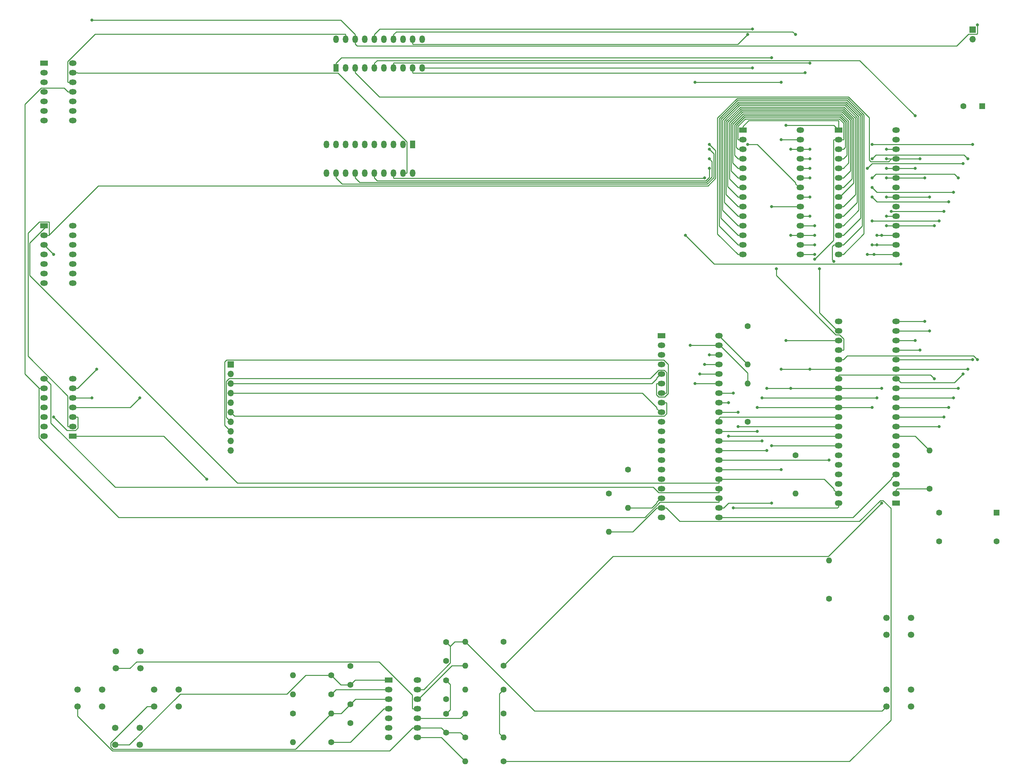
<source format=gbr>
G04 #@! TF.GenerationSoftware,KiCad,Pcbnew,(5.1.5-0)*
G04 #@! TF.CreationDate,2020-09-26T18:09:29-04:00*
G04 #@! TF.ProjectId,vectron_handheld_pcb,76656374-726f-46e5-9f68-616e6468656c,rev?*
G04 #@! TF.SameCoordinates,Original*
G04 #@! TF.FileFunction,Copper,L1,Top*
G04 #@! TF.FilePolarity,Positive*
%FSLAX46Y46*%
G04 Gerber Fmt 4.6, Leading zero omitted, Abs format (unit mm)*
G04 Created by KiCad (PCBNEW (5.1.5-0)) date 2020-09-26 18:09:29*
%MOMM*%
%LPD*%
G04 APERTURE LIST*
%ADD10O,2.000000X1.440000*%
%ADD11R,2.000000X1.440000*%
%ADD12C,1.600000*%
%ADD13R,1.600000X1.600000*%
%ADD14O,1.440000X2.000000*%
%ADD15R,1.440000X2.000000*%
%ADD16C,1.700000*%
%ADD17O,1.600000X1.600000*%
%ADD18O,1.700000X1.700000*%
%ADD19R,1.700000X1.700000*%
%ADD20C,0.800000*%
%ADD21C,0.250000*%
G04 APERTURE END LIST*
D10*
X-16510000Y-19050000D03*
X-24130000Y-19050000D03*
X-16510000Y-16510000D03*
X-24130000Y-16510000D03*
X-16510000Y-13970000D03*
X-24130000Y-13970000D03*
X-16510000Y-11430000D03*
X-24130000Y-11430000D03*
X-16510000Y-8890000D03*
X-24130000Y-8890000D03*
X-16510000Y-6350000D03*
X-24130000Y-6350000D03*
X-16510000Y-3810000D03*
D11*
X-24130000Y-3810000D03*
D12*
X213360000Y-123190000D03*
X213360000Y-130810000D03*
X228600000Y-130810000D03*
D13*
X228600000Y-123190000D03*
D10*
X-16510000Y-62230000D03*
X-24130000Y-62230000D03*
X-16510000Y-59690000D03*
X-24130000Y-59690000D03*
X-16510000Y-57150000D03*
X-24130000Y-57150000D03*
X-16510000Y-54610000D03*
X-24130000Y-54610000D03*
X-16510000Y-52070000D03*
X-24130000Y-52070000D03*
X-16510000Y-49530000D03*
X-24130000Y-49530000D03*
X-16510000Y-46990000D03*
D11*
X-24130000Y-46990000D03*
D10*
X-24130000Y-87630000D03*
X-16510000Y-87630000D03*
X-24130000Y-90170000D03*
X-16510000Y-90170000D03*
X-24130000Y-92710000D03*
X-16510000Y-92710000D03*
X-24130000Y-95250000D03*
X-16510000Y-95250000D03*
X-24130000Y-97790000D03*
X-16510000Y-97790000D03*
X-24130000Y-100330000D03*
X-16510000Y-100330000D03*
X-24130000Y-102870000D03*
D11*
X-16510000Y-102870000D03*
D14*
X50800000Y-33020000D03*
X50800000Y-25400000D03*
X53340000Y-33020000D03*
X53340000Y-25400000D03*
X55880000Y-33020000D03*
X55880000Y-25400000D03*
X58420000Y-33020000D03*
X58420000Y-25400000D03*
X60960000Y-33020000D03*
X60960000Y-25400000D03*
X63500000Y-33020000D03*
X63500000Y-25400000D03*
X66040000Y-33020000D03*
X66040000Y-25400000D03*
X68580000Y-33020000D03*
X68580000Y-25400000D03*
X71120000Y-33020000D03*
X71120000Y-25400000D03*
X73660000Y-33020000D03*
D15*
X73660000Y-25400000D03*
D10*
X176530000Y-54610000D03*
X161290000Y-54610000D03*
X176530000Y-52070000D03*
X161290000Y-52070000D03*
X176530000Y-49530000D03*
X161290000Y-49530000D03*
X176530000Y-46990000D03*
X161290000Y-46990000D03*
X176530000Y-44450000D03*
X161290000Y-44450000D03*
X176530000Y-41910000D03*
X161290000Y-41910000D03*
X176530000Y-39370000D03*
X161290000Y-39370000D03*
X176530000Y-36830000D03*
X161290000Y-36830000D03*
X176530000Y-34290000D03*
X161290000Y-34290000D03*
X176530000Y-31750000D03*
X161290000Y-31750000D03*
X176530000Y-29210000D03*
X161290000Y-29210000D03*
X176530000Y-26670000D03*
X161290000Y-26670000D03*
X176530000Y-24130000D03*
X161290000Y-24130000D03*
X176530000Y-21590000D03*
D11*
X161290000Y-21590000D03*
D14*
X76200000Y2540000D03*
X76200000Y-5080000D03*
X73660000Y2540000D03*
X73660000Y-5080000D03*
X71120000Y2540000D03*
X71120000Y-5080000D03*
X68580000Y2540000D03*
X68580000Y-5080000D03*
X66040000Y2540000D03*
X66040000Y-5080000D03*
X63500000Y2540000D03*
X63500000Y-5080000D03*
X60960000Y2540000D03*
X60960000Y-5080000D03*
X58420000Y2540000D03*
X58420000Y-5080000D03*
X55880000Y2540000D03*
X55880000Y-5080000D03*
X53340000Y2540000D03*
D15*
X53340000Y-5080000D03*
D10*
X154940000Y-124460000D03*
X139700000Y-124460000D03*
X154940000Y-121920000D03*
X139700000Y-121920000D03*
X154940000Y-119380000D03*
X139700000Y-119380000D03*
X154940000Y-116840000D03*
X139700000Y-116840000D03*
X154940000Y-114300000D03*
X139700000Y-114300000D03*
X154940000Y-111760000D03*
X139700000Y-111760000D03*
X154940000Y-109220000D03*
X139700000Y-109220000D03*
X154940000Y-106680000D03*
X139700000Y-106680000D03*
X154940000Y-104140000D03*
X139700000Y-104140000D03*
X154940000Y-101600000D03*
X139700000Y-101600000D03*
X154940000Y-99060000D03*
X139700000Y-99060000D03*
X154940000Y-96520000D03*
X139700000Y-96520000D03*
X154940000Y-93980000D03*
X139700000Y-93980000D03*
X154940000Y-91440000D03*
X139700000Y-91440000D03*
X154940000Y-88900000D03*
X139700000Y-88900000D03*
X154940000Y-86360000D03*
X139700000Y-86360000D03*
X154940000Y-83820000D03*
X139700000Y-83820000D03*
X154940000Y-81280000D03*
X139700000Y-81280000D03*
X154940000Y-78740000D03*
X139700000Y-78740000D03*
X154940000Y-76200000D03*
D11*
X139700000Y-76200000D03*
D10*
X74930000Y-182880000D03*
X67310000Y-182880000D03*
X74930000Y-180340000D03*
X67310000Y-180340000D03*
X74930000Y-177800000D03*
X67310000Y-177800000D03*
X74930000Y-175260000D03*
X67310000Y-175260000D03*
X74930000Y-172720000D03*
X67310000Y-172720000D03*
X74930000Y-170180000D03*
X67310000Y-170180000D03*
X74930000Y-167640000D03*
D11*
X67310000Y-167640000D03*
D10*
X201930000Y-54610000D03*
X186690000Y-54610000D03*
X201930000Y-52070000D03*
X186690000Y-52070000D03*
X201930000Y-49530000D03*
X186690000Y-49530000D03*
X201930000Y-46990000D03*
X186690000Y-46990000D03*
X201930000Y-44450000D03*
X186690000Y-44450000D03*
X201930000Y-41910000D03*
X186690000Y-41910000D03*
X201930000Y-39370000D03*
X186690000Y-39370000D03*
X201930000Y-36830000D03*
X186690000Y-36830000D03*
X201930000Y-34290000D03*
X186690000Y-34290000D03*
X201930000Y-31750000D03*
X186690000Y-31750000D03*
X201930000Y-29210000D03*
X186690000Y-29210000D03*
X201930000Y-26670000D03*
X186690000Y-26670000D03*
X201930000Y-24130000D03*
X186690000Y-24130000D03*
X201930000Y-21590000D03*
D11*
X186690000Y-21590000D03*
D10*
X186690000Y-72390000D03*
X201930000Y-72390000D03*
X186690000Y-74930000D03*
X201930000Y-74930000D03*
X186690000Y-77470000D03*
X201930000Y-77470000D03*
X186690000Y-80010000D03*
X201930000Y-80010000D03*
X186690000Y-82550000D03*
X201930000Y-82550000D03*
X186690000Y-85090000D03*
X201930000Y-85090000D03*
X186690000Y-87630000D03*
X201930000Y-87630000D03*
X186690000Y-90170000D03*
X201930000Y-90170000D03*
X186690000Y-92710000D03*
X201930000Y-92710000D03*
X186690000Y-95250000D03*
X201930000Y-95250000D03*
X186690000Y-97790000D03*
X201930000Y-97790000D03*
X186690000Y-100330000D03*
X201930000Y-100330000D03*
X186690000Y-102870000D03*
X201930000Y-102870000D03*
X186690000Y-105410000D03*
X201930000Y-105410000D03*
X186690000Y-107950000D03*
X201930000Y-107950000D03*
X186690000Y-110490000D03*
X201930000Y-110490000D03*
X186690000Y-113030000D03*
X201930000Y-113030000D03*
X186690000Y-115570000D03*
X201930000Y-115570000D03*
X186690000Y-118110000D03*
X201930000Y-118110000D03*
X186690000Y-120650000D03*
D11*
X201930000Y-120650000D03*
D16*
X199390000Y-170180000D03*
X205890000Y-170180000D03*
X199390000Y-174680000D03*
X205890000Y-174680000D03*
X5080000Y-170180000D03*
X11580000Y-170180000D03*
X5080000Y-174680000D03*
X11580000Y-174680000D03*
X-5230000Y-180340000D03*
X1270000Y-180340000D03*
X-5230000Y-184840000D03*
X1270000Y-184840000D03*
X-5080000Y-160020000D03*
X1420000Y-160020000D03*
X-5080000Y-164520000D03*
X1420000Y-164520000D03*
X-15240000Y-170180000D03*
X-8740000Y-170180000D03*
X-15240000Y-174680000D03*
X-8740000Y-174680000D03*
X199390000Y-151130000D03*
X205890000Y-151130000D03*
X199390000Y-155630000D03*
X205890000Y-155630000D03*
D17*
X87630000Y-157480000D03*
D12*
X97790000Y-157480000D03*
D17*
X87630000Y-170180000D03*
D12*
X97790000Y-170180000D03*
D17*
X87630000Y-189230000D03*
D12*
X97790000Y-189230000D03*
D17*
X87630000Y-176530000D03*
D12*
X97790000Y-176530000D03*
D17*
X87630000Y-163830000D03*
D12*
X97790000Y-163830000D03*
D17*
X125730000Y-128270000D03*
D12*
X125730000Y-118110000D03*
D17*
X130810000Y-121920000D03*
D12*
X130810000Y-111760000D03*
D17*
X162560000Y-88900000D03*
D12*
X162560000Y-99060000D03*
D17*
X162560000Y-83820000D03*
D12*
X162560000Y-73660000D03*
D17*
X52070000Y-176530000D03*
D12*
X41910000Y-176530000D03*
D17*
X41910000Y-166370000D03*
D12*
X52070000Y-166370000D03*
D17*
X41910000Y-184150000D03*
D12*
X52070000Y-184150000D03*
D17*
X41910000Y-171450000D03*
D12*
X52070000Y-171450000D03*
D17*
X97790000Y-182880000D03*
D12*
X87630000Y-182880000D03*
D17*
X184150000Y-135890000D03*
D12*
X184150000Y-146050000D03*
D17*
X175260000Y-118110000D03*
D12*
X175260000Y-107950000D03*
D17*
X210820000Y-106680000D03*
D12*
X210820000Y-116840000D03*
D18*
X25400000Y-106680000D03*
X25400000Y-104140000D03*
X25400000Y-101600000D03*
X25400000Y-99060000D03*
X25400000Y-96520000D03*
X25400000Y-93980000D03*
X25400000Y-91440000D03*
X25400000Y-88900000D03*
X25400000Y-86360000D03*
D19*
X25400000Y-83820000D03*
D12*
X219790000Y-15240000D03*
D13*
X224790000Y-15240000D03*
D12*
X82550000Y-157560000D03*
X82550000Y-162560000D03*
X57150000Y-174070000D03*
X57150000Y-179070000D03*
X82550000Y-167720000D03*
X82550000Y-172720000D03*
X57150000Y-163910000D03*
X57150000Y-168910000D03*
X82550000Y-176610000D03*
X82550000Y-181610000D03*
D18*
X222250000Y2540000D03*
D19*
X222250000Y5080000D03*
D20*
X163830000Y-5080000D03*
X158750000Y-91440000D03*
X158750000Y-121920000D03*
X147320000Y-78740000D03*
X198120000Y-120650000D03*
X209550000Y-34290000D03*
X209550000Y-72390000D03*
X199390000Y-34290000D03*
X179070000Y-34290000D03*
X177800000Y-6350000D03*
X162560000Y3810000D03*
X181610000Y-58420000D03*
X180340000Y-55880000D03*
X210820000Y-39370000D03*
X210820000Y-74930000D03*
X199390000Y-39370000D03*
X179070000Y-39370000D03*
X179070000Y-3810000D03*
X179070000Y-26670000D03*
X199390000Y-26670000D03*
X173990000Y-26670000D03*
X172720000Y-77470000D03*
X175260000Y3810000D03*
X207010000Y-31750000D03*
X207010000Y-77470000D03*
X179070000Y-31750000D03*
X199390000Y-31750000D03*
X207010000Y-17780000D03*
X163830000Y5260001D03*
X170180000Y-58420000D03*
X172720000Y-20320000D03*
X208280000Y-29210000D03*
X208280000Y-80010000D03*
X179070000Y-29210000D03*
X199390000Y-29210000D03*
X223524265Y6354265D03*
X223520000Y-82550000D03*
X-11430000Y-92710000D03*
X-11430000Y7620000D03*
X222250000Y-82550000D03*
X222250000Y-25400000D03*
X195580000Y-25400000D03*
X152400000Y-26670000D03*
X199390000Y-44450000D03*
X179070000Y-44450000D03*
X179070000Y-85090000D03*
X171450000Y-111760000D03*
X171450000Y-85090000D03*
X220980000Y-85090000D03*
X220980000Y-29210000D03*
X195580000Y-29210000D03*
X152400000Y-29210000D03*
X212090000Y-46990000D03*
X212090000Y-87630000D03*
X180340000Y-46990000D03*
X199390000Y-46990000D03*
X184150000Y-109220000D03*
X219710000Y-86360000D03*
X219710000Y-30480000D03*
X194310000Y-31750000D03*
X152400000Y-31750000D03*
X198120000Y-49530000D03*
X198120000Y-90170000D03*
X173990000Y-90170000D03*
X173990000Y-49530000D03*
X180340000Y-49530000D03*
X196850000Y-49530000D03*
X167640000Y-106680000D03*
X167640000Y-90170000D03*
X218440000Y-90170000D03*
X218440000Y-34290000D03*
X195580000Y-34290000D03*
X151130000Y-34290000D03*
X196850000Y-52070000D03*
X196850000Y-92710000D03*
X180340000Y-52070000D03*
X195580000Y-52070000D03*
X166370000Y-104140000D03*
X166370000Y-92710000D03*
X217170000Y-92710000D03*
X217170000Y-38100000D03*
X195580000Y-36830000D03*
X148590000Y-88900000D03*
X196125000Y-54610000D03*
X195580000Y-95250000D03*
X180340000Y-54610000D03*
X194310000Y-54610000D03*
X165100000Y-101600000D03*
X165100000Y-95250000D03*
X215900000Y-95250000D03*
X215900000Y-40640000D03*
X195580000Y-39370000D03*
X149860000Y-86360000D03*
X185407507Y-56425000D03*
X214630000Y-97790000D03*
X214630000Y-43180000D03*
X200660000Y-43180000D03*
X151130000Y-83820000D03*
X160020000Y-96520000D03*
X160020000Y-100330000D03*
X213360000Y-100330000D03*
X213360000Y-45720000D03*
X195580000Y-45720000D03*
X152400000Y-81280000D03*
X157480000Y-93980000D03*
X157480000Y-102870000D03*
X168910000Y-120650000D03*
X168910000Y-105410000D03*
X19050000Y-114300000D03*
X-10160000Y-85090000D03*
X146050000Y-49530000D03*
X203200000Y-57150000D03*
X168910000Y-2359999D03*
X168910000Y-41910000D03*
X152400000Y-25400000D03*
X162560000Y-25400000D03*
X1270000Y-92710000D03*
X148590000Y-8890000D03*
X171450000Y-8890000D03*
X171450000Y-24130000D03*
X-21590000Y-54610000D03*
X-21590000Y-97790000D03*
D21*
X154564879Y-18373199D02*
X154564879Y-49154879D01*
X159738195Y-13199883D02*
X154564879Y-18373199D01*
X189113208Y-13199882D02*
X159738195Y-13199883D01*
X187940000Y-54610000D02*
X193415112Y-49134888D01*
X193415112Y-17501784D02*
X189113208Y-13199882D01*
X193415112Y-49134888D02*
X193415112Y-17501784D01*
X186690000Y-54610000D02*
X187940000Y-54610000D01*
X160020000Y-54610000D02*
X161290000Y-54610000D01*
X154564879Y-49154879D02*
X160020000Y-54610000D01*
X76200000Y-5080000D02*
X163830000Y-5080000D01*
X96990001Y-182080001D02*
X97790000Y-182880000D01*
X96664999Y-181754999D02*
X96990001Y-182080001D01*
X96664999Y-171305001D02*
X96664999Y-181754999D01*
X97790000Y-170180000D02*
X96664999Y-171305001D01*
X207010000Y-102870000D02*
X210820000Y-106680000D01*
X201930000Y-102870000D02*
X207010000Y-102870000D01*
X83675001Y-168845001D02*
X83349999Y-168519999D01*
X83349999Y-168519999D02*
X82550000Y-167720000D01*
X83675001Y-175484999D02*
X83675001Y-168845001D01*
X82550000Y-176610000D02*
X83675001Y-175484999D01*
X81280000Y-180340000D02*
X82550000Y-181610000D01*
X74930000Y-180340000D02*
X81280000Y-180340000D01*
X86360000Y-181610000D02*
X87630000Y-182880000D01*
X82550000Y-181610000D02*
X86360000Y-181610000D01*
X73680000Y-180340000D02*
X74930000Y-180340000D01*
X67554990Y-186465010D02*
X73680000Y-180340000D01*
X-15240000Y-177205412D02*
X-5980402Y-186465010D01*
X-5980402Y-186465010D02*
X67554990Y-186465010D01*
X-15240000Y-174680000D02*
X-15240000Y-177205412D01*
X58420000Y-167640000D02*
X57150000Y-168910000D01*
X67310000Y-167640000D02*
X58420000Y-167640000D01*
X54610000Y-168910000D02*
X52070000Y-166370000D01*
X57150000Y-168910000D02*
X54610000Y-168910000D01*
X50938630Y-166370000D02*
X52070000Y-166370000D01*
X11994001Y-171355001D02*
X40339997Y-171355001D01*
X45324998Y-166370000D02*
X50938630Y-166370000D01*
X40339997Y-171355001D02*
X45324998Y-166370000D01*
X-1490998Y-184840000D02*
X11994001Y-171355001D01*
X-5230000Y-184840000D02*
X-1490998Y-184840000D01*
X73680000Y-175260000D02*
X74930000Y-175260000D01*
X73604990Y-175184990D02*
X73680000Y-175260000D01*
X64760001Y-162784999D02*
X73604990Y-171629988D01*
X73604990Y-171629988D02*
X73604990Y-175184990D01*
X-1340998Y-164520000D02*
X394003Y-162784999D01*
X394003Y-162784999D02*
X64760001Y-162784999D01*
X-5080000Y-164520000D02*
X-1340998Y-164520000D01*
X58500000Y-172720000D02*
X57150000Y-174070000D01*
X67310000Y-172720000D02*
X58500000Y-172720000D01*
X54690000Y-176530000D02*
X57150000Y-174070000D01*
X52070000Y-176530000D02*
X54690000Y-176530000D01*
X42584999Y-186015001D02*
X51270001Y-177329999D01*
X-5794001Y-186015001D02*
X42584999Y-186015001D01*
X-6405001Y-185404001D02*
X-5794001Y-186015001D01*
X51270001Y-177329999D02*
X52070000Y-176530000D01*
X-6405001Y-184275999D02*
X-6405001Y-185404001D01*
X3190998Y-174680000D02*
X-6405001Y-184275999D01*
X5080000Y-174680000D02*
X3190998Y-174680000D01*
X83675001Y-158685001D02*
X83349999Y-158359999D01*
X83349999Y-158359999D02*
X82550000Y-157560000D01*
X83675001Y-163100001D02*
X83675001Y-158685001D01*
X76595002Y-170180000D02*
X83675001Y-163100001D01*
X74930000Y-170180000D02*
X76595002Y-170180000D01*
X84880002Y-157480000D02*
X83675001Y-158685001D01*
X87630000Y-157480000D02*
X84880002Y-157480000D01*
X198540001Y-175529999D02*
X199390000Y-174680000D01*
X198214999Y-175855001D02*
X198540001Y-175529999D01*
X106005001Y-175855001D02*
X198214999Y-175855001D01*
X87630000Y-157480000D02*
X106005001Y-175855001D01*
X138450000Y-88900000D02*
X139700000Y-88900000D01*
X138374990Y-88975010D02*
X138450000Y-88900000D01*
X138374990Y-91872857D02*
X138374990Y-88975010D01*
X138987143Y-92485010D02*
X138374990Y-91872857D01*
X140541400Y-92485010D02*
X138987143Y-92485010D01*
X141475019Y-83837152D02*
X141475019Y-91551391D01*
X141475019Y-91551391D02*
X140541400Y-92485010D01*
X140282866Y-82644999D02*
X141475019Y-83837152D01*
X24289999Y-82644999D02*
X140282866Y-82644999D01*
X23774989Y-83160009D02*
X24289999Y-82644999D01*
X23774989Y-99974989D02*
X23774989Y-83160009D01*
X25400000Y-101600000D02*
X23774989Y-99974989D01*
X141025010Y-91364990D02*
X140950000Y-91440000D01*
X140412857Y-85314990D02*
X141025010Y-85927143D01*
X138987143Y-85314990D02*
X140412857Y-85314990D01*
X136767132Y-87535001D02*
X138987143Y-85314990D01*
X25025997Y-87535001D02*
X136767132Y-87535001D01*
X24224999Y-88335999D02*
X25025997Y-87535001D01*
X140950000Y-91440000D02*
X139700000Y-91440000D01*
X141025010Y-85927143D02*
X141025010Y-91364990D01*
X24224999Y-97884999D02*
X24224999Y-88335999D01*
X25400000Y-99060000D02*
X24224999Y-97884999D01*
X140950000Y-93980000D02*
X139700000Y-93980000D01*
X141025010Y-96952857D02*
X141025010Y-94055010D01*
X140412857Y-97565010D02*
X141025010Y-96952857D01*
X141025010Y-94055010D02*
X140950000Y-93980000D01*
X26445010Y-97565010D02*
X140412857Y-97565010D01*
X25400000Y-96520000D02*
X26445010Y-97565010D01*
X139420000Y-96520000D02*
X139700000Y-96520000D01*
X138450000Y-95270000D02*
X138450000Y-95550000D01*
X134620000Y-91440000D02*
X138450000Y-95270000D01*
X138450000Y-95550000D02*
X139420000Y-96520000D01*
X25400000Y-91440000D02*
X134620000Y-91440000D01*
X138450000Y-87330000D02*
X139420000Y-86360000D01*
X139420000Y-86360000D02*
X139700000Y-86360000D01*
X138450000Y-87610000D02*
X138450000Y-87330000D01*
X137160000Y-88900000D02*
X138450000Y-87610000D01*
X25400000Y-88900000D02*
X137160000Y-88900000D01*
X201930000Y-117140000D02*
X201930000Y-118110000D01*
X202230000Y-116840000D02*
X201930000Y-117140000D01*
X210820000Y-116840000D02*
X202230000Y-116840000D01*
X154940000Y-91440000D02*
X158750000Y-91440000D01*
X186690000Y-121620000D02*
X186690000Y-120650000D01*
X186390000Y-121920000D02*
X186690000Y-121620000D01*
X158750000Y-121920000D02*
X186390000Y-121920000D01*
X162560000Y-86080000D02*
X162560000Y-87768630D01*
X155220000Y-78740000D02*
X162560000Y-86080000D01*
X162560000Y-87768630D02*
X162560000Y-88900000D01*
X154940000Y-78740000D02*
X155220000Y-78740000D01*
X147320000Y-78740000D02*
X154940000Y-78740000D01*
X53340000Y-170180000D02*
X52070000Y-171450000D01*
X67310000Y-170180000D02*
X53340000Y-170180000D01*
X154940000Y-76200000D02*
X162560000Y-83820000D01*
X53201370Y-184150000D02*
X52070000Y-184150000D01*
X57170000Y-184150000D02*
X53201370Y-184150000D01*
X66060000Y-175260000D02*
X57170000Y-184150000D01*
X67310000Y-175260000D02*
X66060000Y-175260000D01*
X139420000Y-119380000D02*
X139700000Y-119380000D01*
X138450000Y-120350000D02*
X139420000Y-119380000D01*
X137160000Y-121920000D02*
X138450000Y-120630000D01*
X138450000Y-120630000D02*
X138450000Y-120350000D01*
X130810000Y-121920000D02*
X137160000Y-121920000D01*
X132100000Y-128270000D02*
X126861370Y-128270000D01*
X126861370Y-128270000D02*
X125730000Y-128270000D01*
X138450000Y-121920000D02*
X132100000Y-128270000D01*
X139700000Y-121920000D02*
X138450000Y-121920000D01*
X140950000Y-121920000D02*
X139700000Y-121920000D01*
X144535010Y-125505010D02*
X140950000Y-121920000D01*
X192191988Y-125505010D02*
X144535010Y-125505010D01*
X197771999Y-119924999D02*
X192191988Y-125505010D01*
X198468001Y-119924999D02*
X197771999Y-119924999D01*
X200565001Y-122021999D02*
X198468001Y-119924999D01*
X200565001Y-178265997D02*
X200565001Y-122021999D01*
X189600998Y-189230000D02*
X200565001Y-178265997D01*
X97790000Y-189230000D02*
X189600998Y-189230000D01*
X86498630Y-163830000D02*
X87630000Y-163830000D01*
X75210000Y-172720000D02*
X84100000Y-163830000D01*
X84100000Y-163830000D02*
X86498630Y-163830000D01*
X74930000Y-172720000D02*
X75210000Y-172720000D01*
X184005001Y-134764999D02*
X198120000Y-120650000D01*
X126855001Y-134764999D02*
X184005001Y-134764999D01*
X97790000Y-163830000D02*
X126855001Y-134764999D01*
X86360000Y-177800000D02*
X87630000Y-176530000D01*
X74930000Y-177800000D02*
X86360000Y-177800000D01*
X81280000Y-182880000D02*
X87630000Y-189230000D01*
X74930000Y-182880000D02*
X81280000Y-182880000D01*
X201930000Y-34290000D02*
X209550000Y-34290000D01*
X209550000Y-72390000D02*
X201930000Y-72390000D01*
X201930000Y-34290000D02*
X199390000Y-34290000D01*
X179070000Y-34290000D02*
X176530000Y-34290000D01*
X177744990Y-6405010D02*
X177800000Y-6350000D01*
X73735010Y-6405010D02*
X177744990Y-6405010D01*
X73660000Y-6330000D02*
X73735010Y-6405010D01*
X73660000Y-5080000D02*
X73660000Y-6330000D01*
X160040000Y-24130000D02*
X161290000Y-24130000D01*
X159964999Y-24054999D02*
X160040000Y-24130000D01*
X159964999Y-20609999D02*
X159964999Y-24054999D01*
X161975007Y-18599991D02*
X159964999Y-20609999D01*
X186876401Y-18599991D02*
X161975007Y-18599991D01*
X188015001Y-19738591D02*
X186876401Y-18599991D01*
X188015001Y-24054999D02*
X188015001Y-19738591D01*
X187940000Y-24130000D02*
X188015001Y-24054999D01*
X186690000Y-24130000D02*
X187940000Y-24130000D01*
X159964990Y1214990D02*
X162560000Y3810000D01*
X73735010Y1214990D02*
X159964990Y1214990D01*
X73660000Y1290000D02*
X73735010Y1214990D01*
X73660000Y2540000D02*
X73660000Y1290000D01*
X181610000Y-70130000D02*
X181610000Y-58420000D01*
X186410000Y-74930000D02*
X181610000Y-70130000D01*
X186690000Y-74930000D02*
X186410000Y-74930000D01*
X185440000Y-24130000D02*
X186690000Y-24130000D01*
X185364990Y-24205010D02*
X185440000Y-24130000D01*
X185364990Y-50855010D02*
X185364990Y-24205010D01*
X180340000Y-55880000D02*
X185364990Y-50855010D01*
X201930000Y-39370000D02*
X210820000Y-39370000D01*
X210820000Y-74930000D02*
X201930000Y-74930000D01*
X201930000Y-39370000D02*
X199390000Y-39370000D01*
X179070000Y-39370000D02*
X176530000Y-39370000D01*
X68655010Y-3754990D02*
X179014990Y-3754990D01*
X179014990Y-3754990D02*
X179070000Y-3810000D01*
X68580000Y-3830000D02*
X68655010Y-3754990D01*
X68580000Y-5080000D02*
X68580000Y-3830000D01*
X176530000Y-26670000D02*
X179070000Y-26670000D01*
X199390000Y-26670000D02*
X201930000Y-26670000D01*
X176530000Y-26670000D02*
X173990000Y-26670000D01*
X172720000Y-77470000D02*
X186690000Y-77470000D01*
X174534999Y4535001D02*
X175260000Y3810000D01*
X69325001Y4535001D02*
X174534999Y4535001D01*
X68580000Y3790000D02*
X69325001Y4535001D01*
X68580000Y2540000D02*
X68580000Y3790000D01*
X201930000Y-31750000D02*
X207010000Y-31750000D01*
X207010000Y-77470000D02*
X201930000Y-77470000D01*
X176530000Y-31750000D02*
X179070000Y-31750000D01*
X199390000Y-31750000D02*
X201930000Y-31750000D01*
X192314999Y-3084999D02*
X207010000Y-17780000D01*
X64245001Y-3084999D02*
X192314999Y-3084999D01*
X63500000Y-3830000D02*
X64245001Y-3084999D01*
X63500000Y-5080000D02*
X63500000Y-3830000D01*
X186690000Y-21590000D02*
X186690000Y-19050000D01*
X161290000Y-20620000D02*
X161290000Y-21590000D01*
X162860000Y-19050000D02*
X161290000Y-20620000D01*
X186690000Y-19050000D02*
X162860000Y-19050000D01*
X64970001Y5260001D02*
X163830000Y5260001D01*
X63500000Y3790000D02*
X64970001Y5260001D01*
X63500000Y2540000D02*
X63500000Y3790000D01*
X170180000Y-60177867D02*
X170180000Y-58420000D01*
X188015010Y-77037143D02*
X186952877Y-75975010D01*
X188015010Y-79934990D02*
X188015010Y-77037143D01*
X185977143Y-75975010D02*
X170180000Y-60177867D01*
X186952877Y-75975010D02*
X185977143Y-75975010D01*
X187940000Y-80010000D02*
X188015010Y-79934990D01*
X186690000Y-80010000D02*
X187940000Y-80010000D01*
X185420000Y-20320000D02*
X186690000Y-21590000D01*
X172720000Y-20320000D02*
X185420000Y-20320000D01*
X201930000Y-29210000D02*
X208280000Y-29210000D01*
X208280000Y-80010000D02*
X201930000Y-80010000D01*
X176530000Y-29210000D02*
X179070000Y-29210000D01*
X199390000Y-29210000D02*
X201930000Y-29210000D01*
X199954999Y-29935001D02*
X200680000Y-29210000D01*
X200680000Y-29210000D02*
X201930000Y-29210000D01*
X195231999Y-29935001D02*
X199954999Y-29935001D01*
X194854999Y-29558001D02*
X195231999Y-29935001D01*
X194854999Y-18305263D02*
X194854999Y-29558001D01*
X64839873Y-12749873D02*
X189299609Y-12749873D01*
X189299609Y-12749873D02*
X194854999Y-18305263D01*
X58420000Y-6330000D02*
X64839873Y-12749873D01*
X58420000Y-5080000D02*
X58420000Y-6330000D01*
X223360001Y3904999D02*
X223524265Y4069263D01*
X223524265Y4069263D02*
X223524265Y6354265D01*
X221139999Y3904999D02*
X223360001Y3904999D01*
X217999981Y764981D02*
X221139999Y3904999D01*
X58945019Y764981D02*
X217999981Y764981D01*
X58420000Y1290000D02*
X58945019Y764981D01*
X58420000Y2540000D02*
X58420000Y1290000D01*
X222474990Y-81504990D02*
X189005010Y-81504990D01*
X223520000Y-82550000D02*
X222474990Y-81504990D01*
X187940000Y-82550000D02*
X186690000Y-82550000D01*
X187960000Y-82550000D02*
X187940000Y-82550000D01*
X189005010Y-81504990D02*
X187960000Y-82550000D01*
X-16510000Y-92710000D02*
X-11430000Y-92710000D01*
X-11430000Y7620000D02*
X54610000Y7620000D01*
X58420000Y3810000D02*
X58420000Y2540000D01*
X54610000Y7620000D02*
X58420000Y3810000D01*
X160040000Y-26670000D02*
X161290000Y-26670000D01*
X159514989Y-26144989D02*
X160040000Y-26670000D01*
X159514989Y-20423599D02*
X159514989Y-26144989D01*
X161788606Y-18149982D02*
X159514989Y-20423599D01*
X187062801Y-18149981D02*
X161788606Y-18149982D01*
X188465010Y-19552190D02*
X187062801Y-18149981D01*
X188465010Y-26144990D02*
X188465010Y-19552190D01*
X187940000Y-26670000D02*
X188465010Y-26144990D01*
X186690000Y-26670000D02*
X187940000Y-26670000D01*
X201930000Y-82550000D02*
X222250000Y-82550000D01*
X222250000Y-25400000D02*
X195580000Y-25400000D01*
X153575011Y-27845011D02*
X152400000Y-26670000D01*
X153575011Y-34190811D02*
X153575011Y-27845011D01*
X151850803Y-35915019D02*
X153575011Y-34190811D01*
X54985019Y-35915019D02*
X151850803Y-35915019D01*
X53340000Y-34270000D02*
X54985019Y-35915019D01*
X53340000Y-33020000D02*
X53340000Y-34270000D01*
X201930000Y-44450000D02*
X199390000Y-44450000D01*
X179070000Y-44450000D02*
X176530000Y-44450000D01*
X186690000Y-85090000D02*
X179070000Y-85090000D01*
X154940000Y-111760000D02*
X171450000Y-111760000D01*
X171450000Y-85090000D02*
X179070000Y-85090000D01*
X160040000Y-29210000D02*
X161290000Y-29210000D01*
X161602205Y-17699973D02*
X159064979Y-20237199D01*
X159064979Y-20237199D02*
X159064979Y-28234979D01*
X187249200Y-17699972D02*
X161602205Y-17699973D01*
X188915019Y-19365789D02*
X187249200Y-17699972D01*
X159064979Y-28234979D02*
X160040000Y-29210000D01*
X187940000Y-29210000D02*
X188915019Y-28234981D01*
X188915019Y-28234981D02*
X188915019Y-19365789D01*
X186690000Y-29210000D02*
X187940000Y-29210000D01*
X201930000Y-85090000D02*
X220980000Y-85090000D01*
X219934990Y-28164990D02*
X196625010Y-28164990D01*
X196625010Y-28164990D02*
X195580000Y-29210000D01*
X220980000Y-29210000D02*
X219934990Y-28164990D01*
X153125001Y-34004411D02*
X153125001Y-29935001D01*
X59615010Y-35465010D02*
X151664402Y-35465010D01*
X153125001Y-29935001D02*
X152400000Y-29210000D01*
X151664402Y-35465010D02*
X153125001Y-34004411D01*
X58420000Y-34270000D02*
X59615010Y-35465010D01*
X58420000Y-33020000D02*
X58420000Y-34270000D01*
X201930000Y-46990000D02*
X212090000Y-46990000D01*
X186765010Y-86584990D02*
X186690000Y-86660000D01*
X186690000Y-86660000D02*
X186690000Y-87630000D01*
X211044990Y-86584990D02*
X186765010Y-86584990D01*
X212090000Y-87630000D02*
X211044990Y-86584990D01*
X176530000Y-46990000D02*
X180340000Y-46990000D01*
X199390000Y-46990000D02*
X201930000Y-46990000D01*
X154940000Y-109220000D02*
X184150000Y-109220000D01*
X160040000Y-31750000D02*
X161290000Y-31750000D01*
X158614969Y-20050799D02*
X158614969Y-30324969D01*
X161415804Y-17249964D02*
X158614969Y-20050799D01*
X158614969Y-30324969D02*
X160040000Y-31750000D01*
X187435602Y-17249964D02*
X161415804Y-17249964D01*
X189365029Y-19179391D02*
X187435602Y-17249964D01*
X189365029Y-30324971D02*
X189365029Y-19179391D01*
X187940000Y-31750000D02*
X189365029Y-30324971D01*
X186690000Y-31750000D02*
X187940000Y-31750000D01*
X202210000Y-87630000D02*
X203180000Y-88600000D01*
X217470000Y-88600000D02*
X219710000Y-86360000D01*
X203180000Y-88600000D02*
X217470000Y-88600000D01*
X201930000Y-87630000D02*
X202210000Y-87630000D01*
X195580000Y-30480000D02*
X194310000Y-31750000D01*
X219710000Y-30480000D02*
X195580000Y-30480000D01*
X152400000Y-34093002D02*
X152400000Y-31750000D01*
X151478001Y-35015001D02*
X152400000Y-34093002D01*
X63500000Y-34270000D02*
X64245001Y-35015001D01*
X64245001Y-35015001D02*
X151478001Y-35015001D01*
X63500000Y-33020000D02*
X63500000Y-34270000D01*
X201930000Y-49530000D02*
X198120000Y-49530000D01*
X198120000Y-90170000D02*
X186690000Y-90170000D01*
X186690000Y-90170000D02*
X173990000Y-90170000D01*
X173990000Y-49530000D02*
X176530000Y-49530000D01*
X176530000Y-49530000D02*
X180340000Y-49530000D01*
X196850000Y-49530000D02*
X198120000Y-49530000D01*
X154940000Y-106680000D02*
X167640000Y-106680000D01*
X167640000Y-90170000D02*
X173990000Y-90170000D01*
X160040000Y-34290000D02*
X161290000Y-34290000D01*
X158164959Y-19864399D02*
X158164959Y-32414959D01*
X187622002Y-16799954D02*
X161229403Y-16799955D01*
X161229403Y-16799955D02*
X158164959Y-19864399D01*
X189815038Y-18992990D02*
X187622002Y-16799954D01*
X189815038Y-32414962D02*
X189815038Y-18992990D01*
X158164959Y-32414959D02*
X160040000Y-34290000D01*
X187940000Y-34290000D02*
X189815038Y-32414962D01*
X186690000Y-34290000D02*
X187940000Y-34290000D01*
X201930000Y-90170000D02*
X218440000Y-90170000D01*
X196625010Y-33244990D02*
X195580000Y-34290000D01*
X217394990Y-33244990D02*
X196625010Y-33244990D01*
X218440000Y-34290000D02*
X217394990Y-33244990D01*
X151074990Y-34345010D02*
X151130000Y-34290000D01*
X68655010Y-34345010D02*
X151074990Y-34345010D01*
X68580000Y-34270000D02*
X68655010Y-34345010D01*
X68580000Y-33020000D02*
X68580000Y-34270000D01*
X201930000Y-52070000D02*
X196850000Y-52070000D01*
X196850000Y-92710000D02*
X186690000Y-92710000D01*
X176530000Y-52070000D02*
X180340000Y-52070000D01*
X195580000Y-52070000D02*
X196850000Y-52070000D01*
X154940000Y-104140000D02*
X166370000Y-104140000D01*
X166370000Y-92710000D02*
X186690000Y-92710000D01*
X160040000Y-36830000D02*
X161290000Y-36830000D01*
X157714949Y-34504949D02*
X160040000Y-36830000D01*
X157714949Y-19677999D02*
X157714949Y-34504949D01*
X161043002Y-16349946D02*
X157714949Y-19677999D01*
X187808401Y-16349945D02*
X161043002Y-16349946D01*
X190265047Y-18806589D02*
X187808401Y-16349945D01*
X190265047Y-34504953D02*
X190265047Y-18806589D01*
X187940000Y-36830000D02*
X190265047Y-34504953D01*
X186690000Y-36830000D02*
X187940000Y-36830000D01*
X201930000Y-92710000D02*
X217170000Y-92710000D01*
X196850000Y-38100000D02*
X195580000Y-36830000D01*
X217170000Y-38100000D02*
X196850000Y-38100000D01*
X154940000Y-88900000D02*
X148590000Y-88900000D01*
X201930000Y-54610000D02*
X196125000Y-54610000D01*
X195580000Y-95250000D02*
X186690000Y-95250000D01*
X176530000Y-54610000D02*
X180340000Y-54610000D01*
X194310000Y-54610000D02*
X196125000Y-54610000D01*
X154940000Y-101600000D02*
X165100000Y-101600000D01*
X165100000Y-95250000D02*
X186690000Y-95250000D01*
X160040000Y-39370000D02*
X161290000Y-39370000D01*
X157264939Y-36594939D02*
X160040000Y-39370000D01*
X187994805Y-15899937D02*
X160856601Y-15899937D01*
X160856601Y-15899937D02*
X157264939Y-19491599D01*
X190715057Y-18620189D02*
X187994805Y-15899937D01*
X157264939Y-19491599D02*
X157264939Y-36594939D01*
X190715057Y-35624943D02*
X190715057Y-18620189D01*
X186970000Y-39370000D02*
X190715057Y-35624943D01*
X186690000Y-39370000D02*
X186970000Y-39370000D01*
X201930000Y-95250000D02*
X215900000Y-95250000D01*
X196850000Y-40640000D02*
X195580000Y-39370000D01*
X215900000Y-40640000D02*
X196850000Y-40640000D01*
X154940000Y-86360000D02*
X149860000Y-86360000D01*
X160040000Y-52070000D02*
X161290000Y-52070000D01*
X155014889Y-18559599D02*
X155014889Y-47044889D01*
X192965103Y-17688185D02*
X188926809Y-13649891D01*
X192965103Y-47044897D02*
X192965103Y-17688185D01*
X155014889Y-47044889D02*
X160040000Y-52070000D01*
X188926809Y-13649891D02*
X159924596Y-13649892D01*
X187940000Y-52070000D02*
X192965103Y-47044897D01*
X159924596Y-13649892D02*
X155014889Y-18559599D01*
X186690000Y-52070000D02*
X187940000Y-52070000D01*
X154940000Y-98090000D02*
X155240000Y-97790000D01*
X185440000Y-97790000D02*
X186690000Y-97790000D01*
X155240000Y-97790000D02*
X185440000Y-97790000D01*
X154940000Y-99060000D02*
X154940000Y-98090000D01*
X185440000Y-52070000D02*
X186690000Y-52070000D01*
X185007508Y-56025001D02*
X185007508Y-52502492D01*
X185007508Y-52502492D02*
X185440000Y-52070000D01*
X185407507Y-56425000D02*
X185007508Y-56025001D01*
X156814929Y-38684929D02*
X160040000Y-41910000D01*
X156814929Y-19305199D02*
X156814929Y-38684929D01*
X160670200Y-15449928D02*
X156814929Y-19305199D01*
X188181205Y-15449927D02*
X160670200Y-15449928D01*
X191165066Y-18433788D02*
X188181205Y-15449927D01*
X191165066Y-38684934D02*
X191165066Y-18433788D01*
X187940000Y-41910000D02*
X191165066Y-38684934D01*
X186690000Y-41910000D02*
X187940000Y-41910000D01*
X160040000Y-41910000D02*
X161290000Y-41910000D01*
X201930000Y-97790000D02*
X214630000Y-97790000D01*
X214630000Y-43180000D02*
X200660000Y-43180000D01*
X154940000Y-83820000D02*
X151130000Y-83820000D01*
X160040000Y-49530000D02*
X161290000Y-49530000D01*
X155464899Y-44954899D02*
X160040000Y-49530000D01*
X160110997Y-14099901D02*
X155464899Y-18745999D01*
X155464899Y-18745999D02*
X155464899Y-44954899D01*
X188740409Y-14099901D02*
X160110997Y-14099901D01*
X192515094Y-17874586D02*
X188740409Y-14099901D01*
X192515094Y-44954906D02*
X192515094Y-17874586D01*
X187940000Y-49530000D02*
X192515094Y-44954906D01*
X186690000Y-49530000D02*
X187940000Y-49530000D01*
X154940000Y-96520000D02*
X160020000Y-96520000D01*
X160020000Y-100330000D02*
X186690000Y-100330000D01*
X156364919Y-40774919D02*
X160040000Y-44450000D01*
X156364919Y-19118799D02*
X156364919Y-40774919D01*
X160483799Y-14999919D02*
X156364919Y-19118799D01*
X188367604Y-14999918D02*
X160483799Y-14999919D01*
X191615075Y-18247387D02*
X188367604Y-14999918D01*
X191615075Y-40774925D02*
X191615075Y-18247387D01*
X187940000Y-44450000D02*
X191615075Y-40774925D01*
X160040000Y-44450000D02*
X161290000Y-44450000D01*
X186690000Y-44450000D02*
X187940000Y-44450000D01*
X201930000Y-100330000D02*
X213360000Y-100330000D01*
X213360000Y-45720000D02*
X195580000Y-45720000D01*
X154940000Y-81280000D02*
X152400000Y-81280000D01*
X160040000Y-46990000D02*
X161290000Y-46990000D01*
X155914909Y-42864909D02*
X160040000Y-46990000D01*
X192065084Y-42864916D02*
X192065084Y-18060986D01*
X155914909Y-18932399D02*
X155914909Y-42864909D01*
X188554003Y-14549909D02*
X160297398Y-14549910D01*
X187940000Y-46990000D02*
X192065084Y-42864916D01*
X160297398Y-14549910D02*
X155914909Y-18932399D01*
X192065084Y-18060986D02*
X188554003Y-14549909D01*
X186690000Y-46990000D02*
X187940000Y-46990000D01*
X154940000Y-93980000D02*
X157480000Y-93980000D01*
X157480000Y-102870000D02*
X186690000Y-102870000D01*
X157460000Y-120650000D02*
X168910000Y-120650000D01*
X156190000Y-121920000D02*
X157460000Y-120650000D01*
X154940000Y-121920000D02*
X156190000Y-121920000D01*
X168910000Y-105410000D02*
X186690000Y-105410000D01*
X7620000Y-102870000D02*
X19050000Y-114300000D01*
X-16510000Y-102870000D02*
X7620000Y-102870000D01*
X200680000Y-114000000D02*
X201650000Y-113030000D01*
X200680000Y-114280000D02*
X200680000Y-114000000D01*
X201650000Y-113030000D02*
X201930000Y-113030000D01*
X190500000Y-124460000D02*
X200680000Y-114280000D01*
X154940000Y-124460000D02*
X190500000Y-124460000D01*
X185440000Y-117140000D02*
X186410000Y-118110000D01*
X185440000Y-116860000D02*
X185440000Y-117140000D01*
X186410000Y-118110000D02*
X186690000Y-118110000D01*
X182880000Y-114300000D02*
X185440000Y-116860000D01*
X154940000Y-114300000D02*
X182880000Y-114300000D01*
X-23347867Y-46990000D02*
X-27940000Y-51582133D01*
X-24130000Y-46990000D02*
X-23347867Y-46990000D01*
X154864990Y-115345010D02*
X154940000Y-115270000D01*
X154940000Y-115270000D02*
X154940000Y-114300000D01*
X27227143Y-115345010D02*
X154864990Y-115345010D01*
X-27940000Y-60177867D02*
X27227143Y-115345010D01*
X-27940000Y-51582133D02*
X-27940000Y-60177867D01*
X-15240000Y-90170000D02*
X-10160000Y-85090000D01*
X-16510000Y-90170000D02*
X-15240000Y-90170000D01*
X153670000Y-57150000D02*
X203200000Y-57150000D01*
X146050000Y-49530000D02*
X153670000Y-57150000D01*
X-24842857Y-10384990D02*
X-29210000Y-14752133D01*
X-18805010Y-10384990D02*
X-24842857Y-10384990D01*
X-17760000Y-11430000D02*
X-18805010Y-10384990D01*
X-16510000Y-11430000D02*
X-17760000Y-11430000D01*
X-29210000Y-14752133D02*
X-29210000Y-86340000D01*
X-29210000Y-86340000D02*
X-25380000Y-90170000D01*
X135273590Y-124460000D02*
X139308580Y-120425010D01*
X154940000Y-120350000D02*
X154940000Y-119380000D01*
X139308580Y-120425010D02*
X154864990Y-120425010D01*
X-25455010Y-103302857D02*
X-4297867Y-124460000D01*
X-25455010Y-90245010D02*
X-25455010Y-103302857D01*
X154864990Y-120425010D02*
X154940000Y-120350000D01*
X-4297867Y-124460000D02*
X135273590Y-124460000D01*
X-25380000Y-90170000D02*
X-25455010Y-90245010D01*
X-24130000Y-90170000D02*
X-25380000Y-90170000D01*
X154940000Y-117810000D02*
X154940000Y-116840000D01*
X-5277859Y-116407143D02*
X137509276Y-116407143D01*
X-22315001Y-99370001D02*
X-5277859Y-116407143D01*
X154864990Y-117885010D02*
X154940000Y-117810000D01*
X137509276Y-116407143D02*
X138987143Y-117885010D01*
X-22315001Y-89164999D02*
X-22315001Y-99370001D01*
X138987143Y-117885010D02*
X154864990Y-117885010D01*
X-23850000Y-87630000D02*
X-22315001Y-89164999D01*
X-24130000Y-87630000D02*
X-23850000Y-87630000D01*
X-17760000Y-8890000D02*
X-16510000Y-8890000D01*
X-17835010Y-8814990D02*
X-17760000Y-8890000D01*
X-17835010Y-3377143D02*
X-17835010Y-8814990D01*
X-10592857Y3865010D02*
X-17835010Y-3377143D01*
X55804990Y3865010D02*
X-10592857Y3865010D01*
X55880000Y3790000D02*
X55804990Y3865010D01*
X55880000Y2540000D02*
X55880000Y3790000D01*
X54810001Y-2359999D02*
X168910000Y-2359999D01*
X53340000Y-3830000D02*
X54810001Y-2359999D01*
X53340000Y-5080000D02*
X53340000Y-3830000D01*
X168910000Y-41910000D02*
X176530000Y-41910000D01*
X154025021Y-27025021D02*
X152400000Y-25400000D01*
X154025021Y-34377211D02*
X154025021Y-27025021D01*
X152037204Y-36365028D02*
X154025021Y-34377211D01*
X-22880000Y-49530000D02*
X-9715028Y-36365028D01*
X-9715028Y-36365028D02*
X152037204Y-36365028D01*
X175280000Y-35860000D02*
X176250000Y-36830000D01*
X176250000Y-36830000D02*
X176530000Y-36830000D01*
X175280000Y-35580000D02*
X175280000Y-35860000D01*
X165100000Y-25400000D02*
X175280000Y-35580000D01*
X162560000Y-25400000D02*
X165100000Y-25400000D01*
X-17835010Y-100254990D02*
X-17760000Y-100330000D01*
X-17835010Y-92167123D02*
X-17835010Y-100254990D01*
X-17760000Y-100330000D02*
X-16510000Y-100330000D01*
X-22869999Y-45944999D02*
X-25390001Y-45944999D01*
X-22804999Y-46009999D02*
X-22869999Y-45944999D01*
X-25390001Y-45944999D02*
X-28390010Y-48945008D01*
X-22804999Y-49454999D02*
X-22804999Y-46009999D01*
X-28390010Y-81612123D02*
X-17835010Y-92167123D01*
X-28390010Y-48945008D02*
X-28390010Y-81612123D01*
X-22880000Y-49530000D02*
X-22804999Y-49454999D01*
X-24130000Y-49530000D02*
X-22880000Y-49530000D01*
X-1270000Y-95250000D02*
X1270000Y-92710000D01*
X-16510000Y-95250000D02*
X-1270000Y-95250000D01*
X148590000Y-8890000D02*
X171450000Y-8890000D01*
X171450000Y-24130000D02*
X176530000Y-24130000D01*
X-15260000Y-6350000D02*
X-16510000Y-6350000D01*
X53882868Y-6405001D02*
X-15204999Y-6405001D01*
X72165010Y-24687143D02*
X53882868Y-6405001D01*
X72165010Y-32944990D02*
X72165010Y-24687143D01*
X72090000Y-33020000D02*
X72165010Y-32944990D01*
X-15204999Y-6405001D02*
X-15260000Y-6350000D01*
X71120000Y-33020000D02*
X72090000Y-33020000D01*
X-24130000Y-52070000D02*
X-21590000Y-54610000D01*
X-15260000Y-97790000D02*
X-16510000Y-97790000D01*
X-15184990Y-97865010D02*
X-15260000Y-97790000D01*
X-15184990Y-100762857D02*
X-15184990Y-97865010D01*
X-15797143Y-101375010D02*
X-15184990Y-100762857D01*
X-18004990Y-101375010D02*
X-15797143Y-101375010D01*
X-21590000Y-97790000D02*
X-18004990Y-101375010D01*
M02*

</source>
